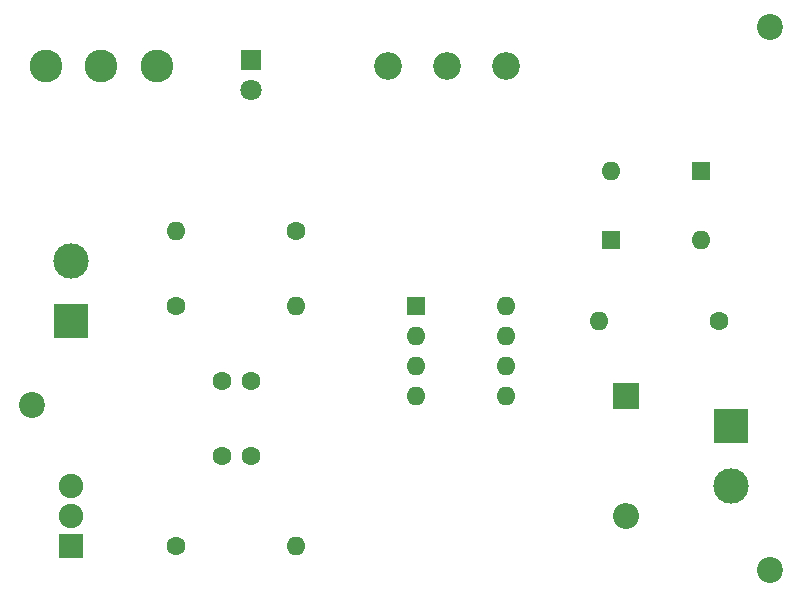
<source format=gts>
%TF.GenerationSoftware,KiCad,Pcbnew,(5.1.9)-1*%
%TF.CreationDate,2022-05-29T14:43:03-04:00*%
%TF.ProjectId,mouse-jiggler,6d6f7573-652d-46a6-9967-676c65722e6b,rev?*%
%TF.SameCoordinates,Original*%
%TF.FileFunction,Soldermask,Top*%
%TF.FilePolarity,Negative*%
%FSLAX46Y46*%
G04 Gerber Fmt 4.6, Leading zero omitted, Abs format (unit mm)*
G04 Created by KiCad (PCBNEW (5.1.9)-1) date 2022-05-29 14:43:03*
%MOMM*%
%LPD*%
G01*
G04 APERTURE LIST*
%ADD10C,2.775000*%
%ADD11C,2.200000*%
%ADD12R,2.070000X2.070000*%
%ADD13C,2.070000*%
%ADD14C,1.600000*%
%ADD15R,1.600000X1.600000*%
%ADD16O,1.600000X1.600000*%
%ADD17R,1.800000X1.800000*%
%ADD18C,1.800000*%
%ADD19R,2.200000X2.200000*%
%ADD20O,2.200000X2.200000*%
%ADD21R,3.000000X3.000000*%
%ADD22C,3.000000*%
%ADD23C,2.340000*%
G04 APERTURE END LIST*
D10*
%TO.C,SW1*%
X117220000Y-78740000D03*
X121920000Y-78740000D03*
X126620000Y-78740000D03*
%TD*%
D11*
%TO.C,REF\u002A\u002A*%
X178562000Y-75438000D03*
%TD*%
%TO.C,REF\u002A\u002A*%
X116078000Y-107442000D03*
%TD*%
%TO.C,REF\u002A\u002A*%
X178562000Y-121412000D03*
%TD*%
D12*
%TO.C,Q1*%
X119380000Y-119380000D03*
D13*
X119380000Y-116840000D03*
X119380000Y-114300000D03*
%TD*%
D14*
%TO.C,C1*%
X134620000Y-105410000D03*
X132120000Y-105410000D03*
%TD*%
%TO.C,C2*%
X132120000Y-111760000D03*
X134620000Y-111760000D03*
%TD*%
D15*
%TO.C,D1*%
X165100000Y-93472000D03*
D16*
X172720000Y-93472000D03*
%TD*%
%TO.C,D2*%
X165100000Y-87630000D03*
D15*
X172720000Y-87630000D03*
%TD*%
D17*
%TO.C,D3*%
X134620000Y-78232000D03*
D18*
X134620000Y-80772000D03*
%TD*%
D19*
%TO.C,D4*%
X166370000Y-106680000D03*
D20*
X166370000Y-116840000D03*
%TD*%
D21*
%TO.C,J1*%
X119380000Y-100330000D03*
D22*
X119380000Y-95250000D03*
%TD*%
%TO.C,J2*%
X175260000Y-114300000D03*
D21*
X175260000Y-109220000D03*
%TD*%
D16*
%TO.C,R1*%
X164084000Y-100330000D03*
D14*
X174244000Y-100330000D03*
%TD*%
%TO.C,R2*%
X138430000Y-92710000D03*
D16*
X128270000Y-92710000D03*
%TD*%
%TO.C,R3*%
X138430000Y-119380000D03*
D14*
X128270000Y-119380000D03*
%TD*%
%TO.C,R4*%
X128270000Y-99060000D03*
D16*
X138430000Y-99060000D03*
%TD*%
D23*
%TO.C,RV1*%
X146210000Y-78740000D03*
X151210000Y-78740000D03*
X156210000Y-78740000D03*
%TD*%
D15*
%TO.C,U1*%
X148590000Y-99060000D03*
D16*
X156210000Y-106680000D03*
X148590000Y-101600000D03*
X156210000Y-104140000D03*
X148590000Y-104140000D03*
X156210000Y-101600000D03*
X148590000Y-106680000D03*
X156210000Y-99060000D03*
%TD*%
M02*

</source>
